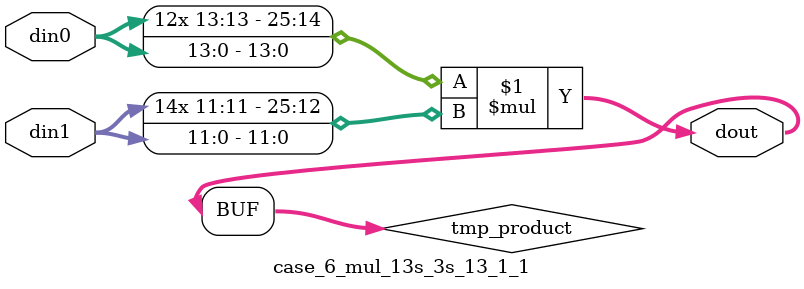
<source format=v>

`timescale 1 ns / 1 ps

 (* use_dsp = "no" *)  module case_6_mul_13s_3s_13_1_1(din0, din1, dout);
parameter ID = 1;
parameter NUM_STAGE = 0;
parameter din0_WIDTH = 14;
parameter din1_WIDTH = 12;
parameter dout_WIDTH = 26;

input [din0_WIDTH - 1 : 0] din0; 
input [din1_WIDTH - 1 : 0] din1; 
output [dout_WIDTH - 1 : 0] dout;

wire signed [dout_WIDTH - 1 : 0] tmp_product;



























assign tmp_product = $signed(din0) * $signed(din1);








assign dout = tmp_product;





















endmodule

</source>
